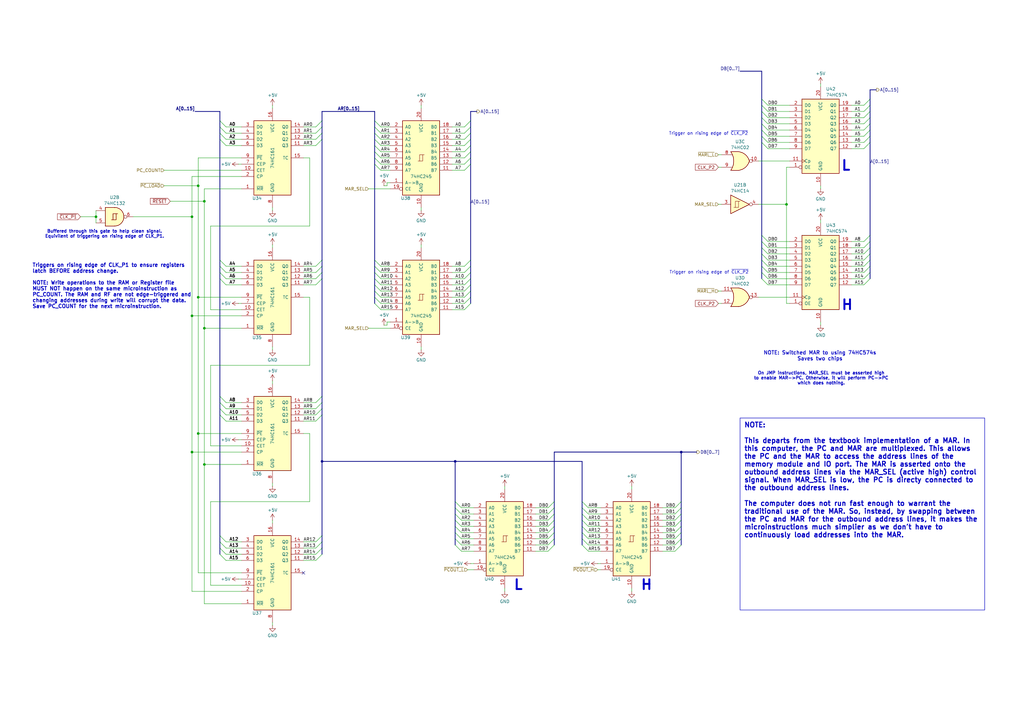
<source format=kicad_sch>
(kicad_sch (version 20231120) (generator "eeschema") (generator_version "8.0")
  (paper "A3")
  (title_block (title "TCPU816") (date "2025-01-31") (rev "1.1") (company "Designed by Kevin Williams - toastland.net") (comment 1 "STILL UNDER DEVELOPMENT"))
  (junction (at 81.28 76.2))
  (junction (at 83.82 134.62))
  (junction (at 78.74 185.42))
  (junction (at 39.37 88.9))
  (junction (at 83.82 82.55))
  (junction (at 132.08 189.23))
  (junction (at 78.74 88.9))
  (junction (at 81.28 177.8))
  (junction (at 322.58 83.82))
  (junction (at 81.28 121.92))
  (junction (at 83.82 190.5))
  (junction (at 279.4 185.42))
  (junction (at 186.69 189.23))
  (junction (at 78.74 129.54))
  (no_connect (at 124.46 234.95))
  (bus_entry (at 314.96 106.68) (size -2.54 -2.54))
  (bus_entry (at 354.33 116.84) (size 2.54 -2.54))
  (bus_entry (at 129.54 170.18) (size 2.54 -2.54))
  (bus_entry (at 129.54 229.87) (size 2.54 -2.54))
  (bus_entry (at 276.86 226.06) (size 2.54 -2.54))
  (bus_entry (at 129.54 57.15) (size 2.54 -2.54))
  (bus_entry (at 314.96 50.8) (size -2.54 -2.54))
  (bus_entry (at 314.96 109.22) (size -2.54 -2.54))
  (bus_entry (at 354.33 104.14) (size 2.54 -2.54))
  (bus_entry (at 90.17 111.76) (size 2.54 2.54))
  (bus_entry (at 189.23 213.36) (size -2.54 -2.54))
  (bus_entry (at 156.21 57.15) (size -2.54 -2.54))
  (bus_entry (at 129.54 172.72) (size 2.54 -2.54))
  (bus_entry (at 190.5 59.69) (size 2.54 -2.54))
  (bus_entry (at 190.5 62.23) (size 2.54 -2.54))
  (bus_entry (at 156.21 54.61) (size -2.54 -2.54))
  (bus_entry (at 90.17 170.18) (size 2.54 2.54))
  (bus_entry (at 276.86 223.52) (size 2.54 -2.54))
  (bus_entry (at 156.21 59.69) (size -2.54 -2.54))
  (bus_entry (at 190.5 124.46) (size 2.54 -2.54))
  (bus_entry (at 354.33 45.72) (size 2.54 -2.54))
  (bus_entry (at 153.67 116.84) (size 2.54 2.54))
  (bus_entry (at 354.33 111.76) (size 2.54 -2.54))
  (bus_entry (at 276.86 215.9) (size 2.54 -2.54))
  (bus_entry (at 190.5 69.85) (size 2.54 -2.54))
  (bus_entry (at 90.17 219.71) (size 2.54 2.54))
  (bus_entry (at 189.23 210.82) (size -2.54 -2.54))
  (bus_entry (at 224.79 218.44) (size 2.54 -2.54))
  (bus_entry (at 90.17 165.1) (size 2.54 2.54))
  (bus_entry (at 314.96 53.34) (size -2.54 -2.54))
  (bus_entry (at 314.96 104.14) (size -2.54 -2.54))
  (bus_entry (at 224.79 215.9) (size 2.54 -2.54))
  (bus_entry (at 132.08 219.71) (size -2.54 2.54))
  (bus_entry (at 224.79 226.06) (size 2.54 -2.54))
  (bus_entry (at 190.5 67.31) (size 2.54 -2.54))
  (bus_entry (at 190.5 114.3) (size 2.54 -2.54))
  (bus_entry (at 90.17 49.53) (size 2.54 2.54))
  (bus_entry (at 90.17 227.33) (size 2.54 2.54))
  (bus_entry (at 90.17 224.79) (size 2.54 2.54))
  (bus_entry (at 314.96 99.06) (size -2.54 -2.54))
  (bus_entry (at 354.33 43.18) (size 2.54 -2.54))
  (bus_entry (at 156.21 124.46) (size -2.54 -2.54))
  (bus_entry (at 129.54 111.76) (size 2.54 -2.54))
  (bus_entry (at 190.5 54.61) (size 2.54 -2.54))
  (bus_entry (at 90.17 162.56) (size 2.54 2.54))
  (bus_entry (at 241.3 220.98) (size -2.54 -2.54))
  (bus_entry (at 241.3 226.06) (size -2.54 -2.54))
  (bus_entry (at 190.5 52.07) (size 2.54 -2.54))
  (bus_entry (at 153.67 106.68) (size 2.54 2.54))
  (bus_entry (at 314.96 55.88) (size -2.54 -2.54))
  (bus_entry (at 241.3 218.44) (size -2.54 -2.54))
  (bus_entry (at 90.17 54.61) (size 2.54 2.54))
  (bus_entry (at 189.23 218.44) (size -2.54 -2.54))
  (bus_entry (at 190.5 57.15) (size 2.54 -2.54))
  (bus_entry (at 129.54 224.79) (size 2.54 -2.54))
  (bus_entry (at 153.67 49.53) (size 2.54 2.54))
  (bus_entry (at 90.17 52.07) (size 2.54 2.54))
  (bus_entry (at 224.79 223.52) (size 2.54 -2.54))
  (bus_entry (at 241.3 213.36) (size -2.54 -2.54))
  (bus_entry (at 314.96 48.26) (size -2.54 -2.54))
  (bus_entry (at 132.08 162.56) (size -2.54 2.54))
  (bus_entry (at 224.79 220.98) (size 2.54 -2.54))
  (bus_entry (at 354.33 114.3) (size 2.54 -2.54))
  (bus_entry (at 354.33 58.42) (size 2.54 -2.54))
  (bus_entry (at 90.17 106.68) (size 2.54 2.54))
  (bus_entry (at 153.67 59.69) (size 2.54 2.54))
  (bus_entry (at 156.21 121.92) (size -2.54 -2.54))
  (bus_entry (at 129.54 167.64) (size 2.54 -2.54))
  (bus_entry (at 314.96 43.18) (size -2.54 -2.54))
  (bus_entry (at 224.79 213.36) (size 2.54 -2.54))
  (bus_entry (at 354.33 55.88) (size 2.54 -2.54))
  (bus_entry (at 241.3 223.52) (size -2.54 -2.54))
  (bus_entry (at 156.21 67.31) (size -2.54 -2.54))
  (bus_entry (at 190.5 111.76) (size 2.54 -2.54))
  (bus_entry (at 241.3 215.9) (size -2.54 -2.54))
  (bus_entry (at 190.5 119.38) (size 2.54 -2.54))
  (bus_entry (at 276.86 218.44) (size 2.54 -2.54))
  (bus_entry (at 189.23 223.52) (size -2.54 -2.54))
  (bus_entry (at 241.3 210.82) (size -2.54 -2.54))
  (bus_entry (at 354.33 60.96) (size 2.54 -2.54))
  (bus_entry (at 314.96 101.6) (size -2.54 -2.54))
  (bus_entry (at 354.33 50.8) (size 2.54 -2.54))
  (bus_entry (at 156.21 111.76) (size -2.54 -2.54))
  (bus_entry (at 190.5 64.77) (size 2.54 -2.54))
  (bus_entry (at 132.08 49.53) (size -2.54 2.54))
  (bus_entry (at 129.54 116.84) (size 2.54 -2.54))
  (bus_entry (at 189.23 220.98) (size -2.54 -2.54))
  (bus_entry (at 156.21 69.85) (size -2.54 -2.54))
  (bus_entry (at 129.54 227.33) (size 2.54 -2.54))
  (bus_entry (at 190.5 109.22) (size 2.54 -2.54))
  (bus_entry (at 156.21 116.84) (size -2.54 -2.54))
  (bus_entry (at 354.33 101.6) (size 2.54 -2.54))
  (bus_entry (at 156.21 114.3) (size -2.54 -2.54))
  (bus_entry (at 189.23 215.9) (size -2.54 -2.54))
  (bus_entry (at 129.54 114.3) (size 2.54 -2.54))
  (bus_entry (at 90.17 109.22) (size 2.54 2.54))
  (bus_entry (at 156.21 127) (size -2.54 -2.54))
  (bus_entry (at 129.54 59.69) (size 2.54 -2.54))
  (bus_entry (at 190.5 121.92) (size 2.54 -2.54))
  (bus_entry (at 90.17 222.25) (size 2.54 2.54))
  (bus_entry (at 90.17 167.64) (size 2.54 2.54))
  (bus_entry (at 354.33 106.68) (size 2.54 -2.54))
  (bus_entry (at 190.5 116.84) (size 2.54 -2.54))
  (bus_entry (at 90.17 57.15) (size 2.54 2.54))
  (bus_entry (at 156.21 64.77) (size -2.54 -2.54))
  (bus_entry (at 189.23 208.28) (size -2.54 -2.54))
  (bus_entry (at 276.86 208.28) (size 2.54 -2.54))
  (bus_entry (at 276.86 220.98) (size 2.54 -2.54))
  (bus_entry (at 276.86 213.36) (size 2.54 -2.54))
  (bus_entry (at 224.79 210.82) (size 2.54 -2.54))
  (bus_entry (at 90.17 114.3) (size 2.54 2.54))
  (bus_entry (at 354.33 53.34) (size 2.54 -2.54))
  (bus_entry (at 276.86 210.82) (size 2.54 -2.54))
  (bus_entry (at 314.96 116.84) (size -2.54 -2.54))
  (bus_entry (at 354.33 109.22) (size 2.54 -2.54))
  (bus_entry (at 190.5 127) (size 2.54 -2.54))
  (bus_entry (at 354.33 99.06) (size 2.54 -2.54))
  (bus_entry (at 314.96 45.72) (size -2.54 -2.54))
  (bus_entry (at 241.3 208.28) (size -2.54 -2.54))
  (bus_entry (at 314.96 111.76) (size -2.54 -2.54))
  (bus_entry (at 314.96 60.96) (size -2.54 -2.54))
  (bus_entry (at 354.33 48.26) (size 2.54 -2.54))
  (bus_entry (at 189.23 226.06) (size -2.54 -2.54))
  (bus_entry (at 129.54 54.61) (size 2.54 -2.54))
  (bus_entry (at 132.08 106.68) (size -2.54 2.54))
  (bus_entry (at 224.79 208.28) (size 2.54 -2.54))
  (bus_entry (at 314.96 58.42) (size -2.54 -2.54))
  (bus_entry (at 314.96 114.3) (size -2.54 -2.54))
  (bus (pts (xy 312.42 106.68) (xy 312.42 109.22)))
  (wire (pts (xy 224.79 208.28) (xy 219.71 208.28)))
  (bus (pts (xy 186.69 205.74) (xy 186.69 208.28)))
  (wire (pts (xy 160.02 54.61) (xy 156.21 54.61)))
  (wire (pts (xy 81.28 76.2) (xy 81.28 121.92)))
  (wire (pts (xy 83.82 77.47) (xy 99.06 77.47)))
  (bus (pts (xy 193.04 52.07) (xy 193.04 49.53)))
  (wire (pts (xy 83.82 247.65) (xy 83.82 190.5)))
  (wire (pts (xy 86.36 127) (xy 86.36 92.71)))
  (wire (pts (xy 314.96 48.26) (xy 323.85 48.26)))
  (bus (pts (xy 193.04 109.22) (xy 193.04 106.68)))
  (wire (pts (xy 185.42 119.38) (xy 190.5 119.38)))
  (wire (pts (xy 349.25 48.26) (xy 354.33 48.26)))
  (bus (pts (xy 153.67 111.76) (xy 153.67 109.22)))
  (wire (pts (xy 81.28 234.95) (xy 81.28 177.8)))
  (wire (pts (xy 322.58 68.58) (xy 323.85 68.58)))
  (wire (pts (xy 124.46 167.64) (xy 129.54 167.64)))
  (bus (pts (xy 356.87 48.26) (xy 356.87 45.72)))
  (wire (pts (xy 336.55 76.2) (xy 336.55 77.47)))
  (wire (pts (xy 185.42 121.92) (xy 190.5 121.92)))
  (wire (pts (xy 294.64 83.82) (xy 295.91 83.82)))
  (bus (pts (xy 153.67 109.22) (xy 153.67 106.68)))
  (wire (pts (xy 83.82 190.5) (xy 83.82 134.62)))
  (wire (pts (xy 124.46 111.76) (xy 129.54 111.76)))
  (bus (pts (xy 90.17 170.18) (xy 90.17 167.64)))
  (bus (pts (xy 90.17 162.56) (xy 90.17 114.3)))
  (wire (pts (xy 349.25 58.42) (xy 354.33 58.42)))
  (wire (pts (xy 92.71 170.18) (xy 99.06 170.18)))
  (bus (pts (xy 132.08 57.15) (xy 132.08 54.61)))
  (wire (pts (xy 124.46 116.84) (xy 129.54 116.84)))
  (wire (pts (xy 124.46 109.22) (xy 129.54 109.22)))
  (bus (pts (xy 153.67 59.69) (xy 153.67 57.15)))
  (wire (pts (xy 245.11 231.14) (xy 246.38 231.14)))
  (bus (pts (xy 279.4 218.44) (xy 279.4 220.98)))
  (bus (pts (xy 356.87 55.88) (xy 356.87 53.34)))
  (bus (pts (xy 132.08 111.76) (xy 132.08 114.3)))
  (wire (pts (xy 314.96 53.34) (xy 323.85 53.34)))
  (bus (pts (xy 279.4 185.42) (xy 227.33 185.42)))
  (bus (pts (xy 186.69 218.44) (xy 186.69 220.98)))
  (wire (pts (xy 246.38 210.82) (xy 241.3 210.82)))
  (wire (pts (xy 224.79 220.98) (xy 219.71 220.98)))
  (bus (pts (xy 312.42 40.64) (xy 312.42 43.18)))
  (bus (pts (xy 132.08 45.72) (xy 153.67 45.72)))
  (bus (pts (xy 238.76 208.28) (xy 238.76 205.74)))
  (bus (pts (xy 90.17 227.33) (xy 90.17 224.79)))
  (bus (pts (xy 356.87 99.06) (xy 356.87 101.6)))
  (bus (pts (xy 90.17 106.68) (xy 90.17 57.15)))
  (bus (pts (xy 193.04 64.77) (xy 193.04 62.23)))
  (bus (pts (xy 312.42 45.72) (xy 312.42 48.26)))
  (wire (pts (xy 111.76 100.33) (xy 111.76 101.6)))
  (wire (pts (xy 160.02 119.38) (xy 156.21 119.38)))
  (bus (pts (xy 90.17 222.25) (xy 90.17 219.71)))
  (bus (pts (xy 312.42 101.6) (xy 312.42 104.14)))
  (wire (pts (xy 111.76 255.27) (xy 111.76 256.54)))
  (wire (pts (xy 276.86 215.9) (xy 271.78 215.9)))
  (bus (pts (xy 90.17 111.76) (xy 90.17 109.22)))
  (wire (pts (xy 311.15 121.92) (xy 323.85 121.92)))
  (bus (pts (xy 356.87 104.14) (xy 356.87 106.68)))
  (wire (pts (xy 99.06 247.65) (xy 83.82 247.65)))
  (bus (pts (xy 193.04 57.15) (xy 193.04 54.61)))
  (bus (pts (xy 132.08 170.18) (xy 132.08 189.23)))
  (bus (pts (xy 153.67 106.68) (xy 153.67 67.31)))
  (wire (pts (xy 160.02 52.07) (xy 156.21 52.07)))
  (wire (pts (xy 314.96 50.8) (xy 323.85 50.8)))
  (wire (pts (xy 54.61 88.9) (xy 78.74 88.9)))
  (wire (pts (xy 336.55 34.29) (xy 336.55 35.56)))
  (wire (pts (xy 185.42 127) (xy 190.5 127)))
  (wire (pts (xy 194.31 218.44) (xy 189.23 218.44)))
  (wire (pts (xy 127 177.8) (xy 127 205.74)))
  (bus (pts (xy 356.87 58.42) (xy 356.87 96.52)))
  (bus (pts (xy 227.33 215.9) (xy 227.33 218.44)))
  (bus (pts (xy 90.17 109.22) (xy 90.17 106.68)))
  (wire (pts (xy 185.42 116.84) (xy 190.5 116.84)))
  (wire (pts (xy 194.31 213.36) (xy 189.23 213.36)))
  (bus (pts (xy 153.67 64.77) (xy 153.67 62.23)))
  (bus (pts (xy 132.08 189.23) (xy 132.08 219.71)))
  (wire (pts (xy 245.11 233.68) (xy 246.38 233.68)))
  (bus (pts (xy 312.42 96.52) (xy 312.42 99.06)))
  (wire (pts (xy 259.08 199.39) (xy 259.08 200.66)))
  (bus (pts (xy 193.04 119.38) (xy 193.04 116.84)))
  (wire (pts (xy 224.79 218.44) (xy 219.71 218.44)))
  (bus (pts (xy 186.69 215.9) (xy 186.69 218.44)))
  (wire (pts (xy 86.36 182.88) (xy 99.06 182.88)))
  (wire (pts (xy 246.38 218.44) (xy 241.3 218.44)))
  (wire (pts (xy 349.25 114.3) (xy 354.33 114.3)))
  (wire (pts (xy 311.15 66.04) (xy 323.85 66.04)))
  (wire (pts (xy 246.38 213.36) (xy 241.3 213.36)))
  (wire (pts (xy 97.79 124.46) (xy 99.06 124.46)))
  (wire (pts (xy 92.71 165.1) (xy 99.06 165.1)))
  (wire (pts (xy 67.31 69.85) (xy 99.06 69.85)))
  (wire (pts (xy 246.38 226.06) (xy 241.3 226.06)))
  (wire (pts (xy 185.42 62.23) (xy 190.5 62.23)))
  (bus (pts (xy 132.08 106.68) (xy 132.08 109.22)))
  (bus (pts (xy 227.33 213.36) (xy 227.33 215.9)))
  (wire (pts (xy 81.28 64.77) (xy 99.06 64.77)))
  (bus (pts (xy 356.87 96.52) (xy 356.87 99.06)))
  (wire (pts (xy 349.25 104.14) (xy 354.33 104.14)))
  (wire (pts (xy 185.42 114.3) (xy 190.5 114.3)))
  (bus (pts (xy 90.17 52.07) (xy 90.17 49.53)))
  (wire (pts (xy 127 205.74) (xy 86.36 205.74)))
  (bus (pts (xy 90.17 114.3) (xy 90.17 111.76)))
  (bus (pts (xy 227.33 218.44) (xy 227.33 220.98)))
  (wire (pts (xy 194.31 220.98) (xy 189.23 220.98)))
  (wire (pts (xy 160.02 127) (xy 156.21 127)))
  (wire (pts (xy 276.86 210.82) (xy 271.78 210.82)))
  (wire (pts (xy 276.86 218.44) (xy 271.78 218.44)))
  (bus (pts (xy 227.33 210.82) (xy 227.33 213.36)))
  (wire (pts (xy 349.25 116.84) (xy 354.33 116.84)))
  (bus (pts (xy 132.08 224.79) (xy 132.08 227.33)))
  (wire (pts (xy 349.25 111.76) (xy 354.33 111.76)))
  (bus (pts (xy 153.67 54.61) (xy 153.67 52.07)))
  (wire (pts (xy 314.96 45.72) (xy 323.85 45.72)))
  (bus (pts (xy 153.67 119.38) (xy 153.67 116.84)))
  (wire (pts (xy 97.79 237.49) (xy 99.06 237.49)))
  (bus (pts (xy 193.04 59.69) (xy 193.04 57.15)))
  (wire (pts (xy 294.64 119.38) (xy 295.91 119.38)))
  (wire (pts (xy 185.42 52.07) (xy 190.5 52.07)))
  (wire (pts (xy 111.76 213.36) (xy 111.76 214.63)))
  (wire (pts (xy 92.71 222.25) (xy 99.06 222.25)))
  (wire (pts (xy 124.46 52.07) (xy 129.54 52.07)))
  (wire (pts (xy 185.42 57.15) (xy 190.5 57.15)))
  (bus (pts (xy 186.69 210.82) (xy 186.69 213.36)))
  (wire (pts (xy 124.46 57.15) (xy 129.54 57.15)))
  (wire (pts (xy 157.48 133.35) (xy 158.75 133.35)))
  (wire (pts (xy 92.71 167.64) (xy 99.06 167.64)))
  (wire (pts (xy 314.96 116.84) (xy 323.85 116.84)))
  (wire (pts (xy 294.64 124.46) (xy 295.91 124.46)))
  (bus (pts (xy 193.04 116.84) (xy 193.04 114.3)))
  (bus (pts (xy 227.33 220.98) (xy 227.33 223.52)))
  (wire (pts (xy 92.71 116.84) (xy 99.06 116.84)))
  (bus (pts (xy 356.87 36.83) (xy 359.41 36.83)))
  (wire (pts (xy 86.36 205.74) (xy 86.36 240.03)))
  (bus (pts (xy 153.67 57.15) (xy 153.67 54.61)))
  (bus (pts (xy 312.42 55.88) (xy 312.42 58.42)))
  (wire (pts (xy 157.48 76.2) (xy 158.75 76.2)))
  (wire (pts (xy 160.02 111.76) (xy 156.21 111.76)))
  (wire (pts (xy 92.71 114.3) (xy 99.06 114.3)))
  (bus (pts (xy 279.4 205.74) (xy 279.4 208.28)))
  (wire (pts (xy 69.85 82.55) (xy 83.82 82.55)))
  (wire (pts (xy 224.79 213.36) (xy 219.71 213.36)))
  (bus (pts (xy 356.87 101.6) (xy 356.87 104.14)))
  (bus (pts (xy 279.4 185.42) (xy 285.75 185.42)))
  (wire (pts (xy 158.75 133.35) (xy 158.75 132.08)))
  (wire (pts (xy 81.28 76.2) (xy 81.28 64.77)))
  (bus (pts (xy 153.67 49.53) (xy 153.67 45.72)))
  (wire (pts (xy 78.74 185.42) (xy 78.74 129.54)))
  (wire (pts (xy 276.86 208.28) (xy 271.78 208.28)))
  (wire (pts (xy 92.71 172.72) (xy 99.06 172.72)))
  (wire (pts (xy 185.42 67.31) (xy 190.5 67.31)))
  (wire (pts (xy 349.25 99.06) (xy 354.33 99.06)))
  (wire (pts (xy 160.02 114.3) (xy 156.21 114.3)))
  (wire (pts (xy 124.46 121.92) (xy 127 121.92)))
  (wire (pts (xy 124.46 224.79) (xy 129.54 224.79)))
  (bus (pts (xy 132.08 57.15) (xy 132.08 106.68)))
  (wire (pts (xy 99.06 190.5) (xy 83.82 190.5)))
  (wire (pts (xy 78.74 72.39) (xy 78.74 88.9)))
  (wire (pts (xy 67.31 76.2) (xy 81.28 76.2)))
  (wire (pts (xy 83.82 82.55) (xy 83.82 134.62)))
  (bus (pts (xy 312.42 58.42) (xy 312.42 96.52)))
  (wire (pts (xy 92.71 52.07) (xy 99.06 52.07)))
  (wire (pts (xy 160.02 124.46) (xy 156.21 124.46)))
  (wire (pts (xy 124.46 227.33) (xy 129.54 227.33)))
  (wire (pts (xy 86.36 92.71) (xy 127 92.71)))
  (bus (pts (xy 356.87 53.34) (xy 356.87 50.8)))
  (bus (pts (xy 238.76 205.74) (xy 238.76 189.23)))
  (wire (pts (xy 224.79 226.06) (xy 219.71 226.06)))
  (wire (pts (xy 349.25 50.8) (xy 354.33 50.8)))
  (wire (pts (xy 92.71 227.33) (xy 99.06 227.33)))
  (bus (pts (xy 193.04 121.92) (xy 193.04 119.38)))
  (wire (pts (xy 111.76 198.12) (xy 111.76 199.39)))
  (wire (pts (xy 194.31 208.28) (xy 189.23 208.28)))
  (wire (pts (xy 185.42 54.61) (xy 190.5 54.61)))
  (wire (pts (xy 314.96 101.6) (xy 323.85 101.6)))
  (bus (pts (xy 193.04 67.31) (xy 193.04 106.68)))
  (bus (pts (xy 279.4 185.42) (xy 279.4 205.74)))
  (bus (pts (xy 153.67 52.07) (xy 153.67 49.53)))
  (wire (pts (xy 194.31 226.06) (xy 189.23 226.06)))
  (bus (pts (xy 193.04 62.23) (xy 193.04 59.69)))
  (bus (pts (xy 312.42 111.76) (xy 312.42 114.3)))
  (bus (pts (xy 132.08 219.71) (xy 132.08 222.25)))
  (bus (pts (xy 90.17 219.71) (xy 90.17 170.18)))
  (wire (pts (xy 124.46 54.61) (xy 129.54 54.61)))
  (bus (pts (xy 90.17 165.1) (xy 90.17 162.56)))
  (wire (pts (xy 322.58 124.46) (xy 323.85 124.46)))
  (wire (pts (xy 92.71 109.22) (xy 99.06 109.22)))
  (bus (pts (xy 238.76 213.36) (xy 238.76 210.82)))
  (wire (pts (xy 185.42 111.76) (xy 190.5 111.76)))
  (wire (pts (xy 127 64.77) (xy 124.46 64.77)))
  (bus (pts (xy 90.17 224.79) (xy 90.17 222.25)))
  (wire (pts (xy 224.79 215.9) (xy 219.71 215.9)))
  (bus (pts (xy 153.67 62.23) (xy 153.67 59.69)))
  (wire (pts (xy 78.74 88.9) (xy 78.74 129.54)))
  (wire (pts (xy 124.46 114.3) (xy 129.54 114.3)))
  (bus (pts (xy 132.08 189.23) (xy 186.69 189.23)))
  (wire (pts (xy 349.25 45.72) (xy 354.33 45.72)))
  (wire (pts (xy 111.76 156.21) (xy 111.76 157.48)))
  (bus (pts (xy 132.08 54.61) (xy 132.08 52.07)))
  (wire (pts (xy 294.64 63.5) (xy 295.91 63.5)))
  (wire (pts (xy 349.25 109.22) (xy 354.33 109.22)))
  (wire (pts (xy 158.75 132.08) (xy 160.02 132.08)))
  (wire (pts (xy 151.13 77.47) (xy 160.02 77.47)))
  (wire (pts (xy 124.46 222.25) (xy 129.54 222.25)))
  (wire (pts (xy 349.25 60.96) (xy 354.33 60.96)))
  (bus (pts (xy 356.87 109.22) (xy 356.87 111.76)))
  (wire (pts (xy 127 92.71) (xy 127 64.77)))
  (wire (pts (xy 314.96 106.68) (xy 323.85 106.68)))
  (wire (pts (xy 158.75 76.2) (xy 158.75 74.93)))
  (wire (pts (xy 185.42 64.77) (xy 190.5 64.77)))
  (wire (pts (xy 124.46 59.69) (xy 129.54 59.69)))
  (bus (pts (xy 312.42 109.22) (xy 312.42 111.76)))
  (wire (pts (xy 314.96 114.3) (xy 323.85 114.3)))
  (wire (pts (xy 224.79 223.52) (xy 219.71 223.52)))
  (bus (pts (xy 279.4 220.98) (xy 279.4 223.52)))
  (wire (pts (xy 81.28 177.8) (xy 81.28 121.92)))
  (wire (pts (xy 99.06 177.8) (xy 81.28 177.8)))
  (wire (pts (xy 92.71 54.61) (xy 99.06 54.61)))
  (wire (pts (xy 276.86 226.06) (xy 271.78 226.06)))
  (bus (pts (xy 238.76 210.82) (xy 238.76 208.28)))
  (bus (pts (xy 238.76 218.44) (xy 238.76 215.9)))
  (bus (pts (xy 279.4 208.28) (xy 279.4 210.82)))
  (bus (pts (xy 132.08 52.07) (xy 132.08 49.53)))
  (wire (pts (xy 246.38 220.98) (xy 241.3 220.98)))
  (wire (pts (xy 151.13 134.62) (xy 160.02 134.62)))
  (bus (pts (xy 132.08 109.22) (xy 132.08 111.76)))
  (wire (pts (xy 276.86 220.98) (xy 271.78 220.98)))
  (bus (pts (xy 90.17 57.15) (xy 90.17 54.61)))
  (wire (pts (xy 349.25 43.18) (xy 354.33 43.18)))
  (wire (pts (xy 111.76 142.24) (xy 111.76 143.51)))
  (bus (pts (xy 132.08 167.64) (xy 132.08 170.18)))
  (wire (pts (xy 160.02 57.15) (xy 156.21 57.15)))
  (bus (pts (xy 227.33 208.28) (xy 227.33 210.82)))
  (bus (pts (xy 356.87 111.76) (xy 356.87 114.3)))
  (wire (pts (xy 127 149.86) (xy 86.36 149.86)))
  (bus (pts (xy 227.33 185.42) (xy 227.33 205.74)))
  (wire (pts (xy 314.96 104.14) (xy 323.85 104.14)))
  (wire (pts (xy 276.86 213.36) (xy 271.78 213.36)))
  (bus (pts (xy 279.4 210.82) (xy 279.4 213.36)))
  (wire (pts (xy 160.02 109.22) (xy 156.21 109.22)))
  (wire (pts (xy 160.02 64.77) (xy 156.21 64.77)))
  (wire (pts (xy 127 121.92) (xy 127 149.86)))
  (wire (pts (xy 172.72 85.09) (xy 172.72 86.36)))
  (bus (pts (xy 356.87 40.64) (xy 356.87 36.83)))
  (wire (pts (xy 92.71 224.79) (xy 99.06 224.79)))
  (bus (pts (xy 312.42 29.21) (xy 312.42 40.64)))
  (bus (pts (xy 356.87 58.42) (xy 356.87 55.88)))
  (wire (pts (xy 39.37 88.9) (xy 39.37 91.44)))
  (wire (pts (xy 92.71 229.87) (xy 99.06 229.87)))
  (bus (pts (xy 312.42 48.26) (xy 312.42 50.8)))
  (wire (pts (xy 160.02 116.84) (xy 156.21 116.84)))
  (bus (pts (xy 193.04 114.3) (xy 193.04 111.76)))
  (wire (pts (xy 349.25 55.88) (xy 354.33 55.88)))
  (wire (pts (xy 172.72 142.24) (xy 172.72 143.51)))
  (wire (pts (xy 78.74 129.54) (xy 99.06 129.54)))
  (wire (pts (xy 314.96 60.96) (xy 323.85 60.96)))
  (bus (pts (xy 193.04 124.46) (xy 193.04 121.92)))
  (wire (pts (xy 124.46 165.1) (xy 129.54 165.1)))
  (bus (pts (xy 193.04 45.72) (xy 195.58 45.72)))
  (wire (pts (xy 314.96 109.22) (xy 323.85 109.22)))
  (wire (pts (xy 172.72 43.18) (xy 172.72 44.45)))
  (wire (pts (xy 158.75 74.93) (xy 160.02 74.93)))
  (bus (pts (xy 312.42 104.14) (xy 312.42 106.68)))
  (bus (pts (xy 238.76 215.9) (xy 238.76 213.36)))
  (wire (pts (xy 99.06 134.62) (xy 83.82 134.62)))
  (bus (pts (xy 153.67 114.3) (xy 153.67 111.76)))
  (wire (pts (xy 99.06 72.39) (xy 78.74 72.39)))
  (bus (pts (xy 238.76 189.23) (xy 186.69 189.23)))
  (bus (pts (xy 90.17 49.53) (xy 90.17 45.72)))
  (bus (pts (xy 132.08 222.25) (xy 132.08 224.79)))
  (wire (pts (xy 185.42 109.22) (xy 190.5 109.22)))
  (bus (pts (xy 80.01 45.72) (xy 90.17 45.72)))
  (wire (pts (xy 314.96 43.18) (xy 323.85 43.18)))
  (wire (pts (xy 83.82 77.47) (xy 83.82 82.55)))
  (wire (pts (xy 311.15 83.82) (xy 322.58 83.82)))
  (bus (pts (xy 356.87 45.72) (xy 356.87 43.18)))
  (wire (pts (xy 207.01 241.3) (xy 207.01 242.57)))
  (bus (pts (xy 303.53 29.21) (xy 312.42 29.21)))
  (bus (pts (xy 90.17 167.64) (xy 90.17 165.1)))
  (wire (pts (xy 99.06 121.92) (xy 81.28 121.92)))
  (wire (pts (xy 246.38 208.28) (xy 241.3 208.28)))
  (bus (pts (xy 312.42 99.06) (xy 312.42 101.6)))
  (wire (pts (xy 276.86 223.52) (xy 271.78 223.52)))
  (wire (pts (xy 124.46 170.18) (xy 129.54 170.18)))
  (wire (pts (xy 92.71 59.69) (xy 99.06 59.69)))
  (bus (pts (xy 279.4 215.9) (xy 279.4 218.44)))
  (bus (pts (xy 312.42 50.8) (xy 312.42 53.34)))
  (wire (pts (xy 349.25 101.6) (xy 354.33 101.6)))
  (wire (pts (xy 314.96 99.06) (xy 323.85 99.06)))
  (wire (pts (xy 172.72 100.33) (xy 172.72 101.6)))
  (wire (pts (xy 349.25 106.68) (xy 354.33 106.68)))
  (wire (pts (xy 33.02 88.9) (xy 39.37 88.9)))
  (wire (pts (xy 191.77 233.68) (xy 194.31 233.68)))
  (bus (pts (xy 312.42 43.18) (xy 312.42 45.72)))
  (wire (pts (xy 124.46 172.72) (xy 129.54 172.72)))
  (bus (pts (xy 153.67 124.46) (xy 153.67 121.92)))
  (bus (pts (xy 356.87 43.18) (xy 356.87 40.64)))
  (wire (pts (xy 124.46 229.87) (xy 129.54 229.87)))
  (wire (pts (xy 86.36 149.86) (xy 86.36 182.88)))
  (wire (pts (xy 99.06 234.95) (xy 81.28 234.95)))
  (wire (pts (xy 336.55 90.17) (xy 336.55 91.44)))
  (bus (pts (xy 227.33 205.74) (xy 227.33 208.28)))
  (wire (pts (xy 224.79 210.82) (xy 219.71 210.82)))
  (bus (pts (xy 153.67 67.31) (xy 153.67 64.77)))
  (wire (pts (xy 314.96 111.76) (xy 323.85 111.76)))
  (wire (pts (xy 86.36 240.03) (xy 99.06 240.03)))
  (bus (pts (xy 186.69 213.36) (xy 186.69 215.9)))
  (wire (pts (xy 185.42 59.69) (xy 190.5 59.69)))
  (bus (pts (xy 132.08 49.53) (xy 132.08 45.72)))
  (wire (pts (xy 246.38 215.9) (xy 241.3 215.9)))
  (wire (pts (xy 194.31 210.82) (xy 189.23 210.82)))
  (wire (pts (xy 156.21 69.85) (xy 160.02 69.85)))
  (bus (pts (xy 279.4 213.36) (xy 279.4 215.9)))
  (bus (pts (xy 132.08 114.3) (xy 132.08 162.56)))
  (bus (pts (xy 356.87 106.68) (xy 356.87 109.22)))
  (bus (pts (xy 186.69 208.28) (xy 186.69 210.82)))
  (wire (pts (xy 111.76 43.18) (xy 111.76 44.45)))
  (bus (pts (xy 193.04 54.61) (xy 193.04 52.07)))
  (bus (pts (xy 238.76 223.52) (xy 238.76 220.98)))
  (bus (pts (xy 193.04 49.53) (xy 193.04 45.72)))
  (wire (pts (xy 185.42 69.85) (xy 190.5 69.85)))
  (wire (pts (xy 124.46 177.8) (xy 127 177.8)))
  (wire (pts (xy 99.06 127) (xy 86.36 127)))
  (wire (pts (xy 314.96 55.88) (xy 323.85 55.88)))
  (bus (pts (xy 312.42 53.34) (xy 312.42 55.88)))
  (wire (pts (xy 314.96 58.42) (xy 323.85 58.42)))
  (wire (pts (xy 207.01 199.39) (xy 207.01 200.66)))
  (wire (pts (xy 336.55 132.08) (xy 336.55 133.35)))
  (bus (pts (xy 186.69 220.98) (xy 186.69 223.52)))
  (bus (pts (xy 186.69 189.23) (xy 186.69 205.74)))
  (wire (pts (xy 97.79 67.31) (xy 99.06 67.31)))
  (bus (pts (xy 193.04 67.31) (xy 193.04 64.77)))
  (wire (pts (xy 92.71 111.76) (xy 99.06 111.76)))
  (wire (pts (xy 246.38 223.52) (xy 241.3 223.52)))
  (wire (pts (xy 193.04 231.14) (xy 194.31 231.14)))
  (wire (pts (xy 160.02 67.31) (xy 156.21 67.31)))
  (bus (pts (xy 132.08 162.56) (xy 132.08 165.1)))
  (bus (pts (xy 238.76 220.98) (xy 238.76 218.44)))
  (wire (pts (xy 78.74 242.57) (xy 78.74 185.42)))
  (bus (pts (xy 132.08 165.1) (xy 132.08 167.64)))
  (bus (pts (xy 153.67 116.84) (xy 153.67 114.3)))
  (wire (pts (xy 160.02 121.92) (xy 156.21 121.92)))
  (bus (pts (xy 153.67 121.92) (xy 153.67 119.38)))
  (wire (pts (xy 322.58 68.58) (xy 322.58 83.82)))
  (wire (pts (xy 111.76 85.09) (xy 111.76 86.36)))
  (wire (pts (xy 194.31 223.52) (xy 189.23 223.52)))
  (wire (pts (xy 322.58 83.82) (xy 322.58 124.46)))
  (wire (pts (xy 39.37 86.36) (xy 39.37 88.9)))
  (wire (pts (xy 99.06 185.42) (xy 78.74 185.42)))
  (wire (pts (xy 160.02 59.69) (xy 156.21 59.69)))
  (wire (pts (xy 194.31 215.9) (xy 189.23 215.9)))
  (wire (pts (xy 185.42 124.46) (xy 190.5 124.46)))
  (wire (pts (xy 99.06 242.57) (xy 78.74 242.57)))
  (wire (pts (xy 259.08 241.3) (xy 259.08 242.57)))
  (wire (pts (xy 97.79 180.34) (xy 99.06 180.34)))
  (wire (pts (xy 160.02 62.23) (xy 156.21 62.23)))
  (bus (pts (xy 90.17 54.61) (xy 90.17 52.07)))
  (wire (pts (xy 349.25 53.34) (xy 354.33 53.34)))
  (bus (pts (xy 193.04 111.76) (xy 193.04 109.22)))
  (bus (pts (xy 356.87 50.8) (xy 356.87 48.26)))
  (wire (pts (xy 92.71 57.15) (xy 99.06 57.15)))
  (wire (pts (xy 294.64 68.58) (xy 295.91 68.58)))
  (text_box "NOTE:\n\nThis departs from the textbook implementation of a MAR. In this computer, the PC and MAR are multiplexed. This allows the PC and the MAR to access the address lines of the memory module and IO port. The MAR is asserted onto the outbound address lines via the MAR_SEL (active high) control signal. When MAR_SEL is low, the PC is directy connected to the outbound address lines.\n\nThe computer does not run fast enough to warrant the traditional use of the MAR. So, instead, by swapping between the PC and MAR for the outbound address lines, it makes the microinstructions much simplier as we don't have to continuously load addresses into the MAR." (at 303.53 171.45 0) (size 100.33 78.74) (stroke (width 0.2)) (effects (font (size 2 2) (thickness 0.4) (bold yes)) (justify left top)))
  (text "L" (at 346.964 68.072 0) (effects (font (size 4 4) (thickness 0.8) (bold yes))))
  (text "L" (at 212.598 240.03 0) (effects (font (size 4 4) (thickness 0.8) (bold yes))))
  (text "Buffered through this gate to help clean signal.\nEquivilent of triggering on rising edge of CLK_P1." (at 42.926 96.012 0) (effects (font (size 1.27 1.27) (thickness 0.254) (bold yes))))
  (text "Trigger on rising edge of ~{CLK_P2}" (at 290.83 111.76 0) (effects (font (size 1.27 1.27))))
  (text "H" (at 265.176 240.03 0) (effects (font (size 4 4) (thickness 0.8) (bold yes))))
  (text "H" (at 347.472 125.222 0) (effects (font (size 4 4) (thickness 0.8) (bold yes))))
  (text "NOTE: Switched MAR to using 74HC574s\nSaves two chips" (at 336.296 146.05 0) (effects (font (size 1.5 1.5) (thickness 0.254) (bold yes))))
  (text "Trigger on rising edge of ~{CLK_P2}" (at 290.576 54.864 0) (effects (font (size 1.27 1.27))))
  (text "On JMP instructions, MAR_SEL must be asserted high\nto enable MAR->PC. Otherwise, it will perform PC->PC\nwhich does nothing." (at 336.804 155.194 0) (effects (font (size 1.27 1.27) (thickness 0.254) (bold yes))))
  (text "Triggers on rising edge of CLK_P1 to ensure registers \nlatch BEFORE address change.\n\nNOTE: Write operations to the RAM or Register file \nMUST NOT happen on the same microinstruction as\nPC_COUNT. The RAM and RF are not edge-triggered and\nchanging addresses during write will corrupt the data.\nSave PC_COUNT for the next microinstruction." (at 13.208 117.348 0) (effects (font (size 1.5 1.5) (thickness 0.3) (bold yes)) (justify left)))
  (label "AR10" (at 241.3 213.36 0))
  (label "DB0" (at 314.96 99.06 0))
  (label "DB3" (at 314.96 106.68 0))
  (label "AR10" (at 156.21 114.3 0))
  (label "AR6" (at 189.23 223.52 0))
  (label "A9" (at 350.52 101.6 0))
  (label "A[0..15]" (at 193.04 83.82 0))
  (label "A9" (at 93.98 167.64 0) (effects (font (thickness 0.254) (bold yes))))
  (label "DB0" (at 273.05 208.28 0))
  (label "A10" (at 186.69 114.3 0))
  (label "DB0" (at 220.98 208.28 0))
  (label "A2" (at 186.69 57.15 0))
  (label "A2" (at 350.52 48.26 0))
  (label "A8" (at 350.52 99.06 0))
  (label "AR6" (at 124.46 114.3 0))
  (label "AR3" (at 156.21 59.69 0))
  (label "AR2" (at 156.21 57.15 0))
  (label "AR14" (at 124.46 227.33 0))
  (label "AR12" (at 241.3 218.44 0))
  (label "AR0" (at 189.23 208.28 0))
  (label "A11" (at 186.69 116.84 0))
  (label "DB3" (at 314.96 50.8 0))
  (label "DB7" (at 220.98 226.06 0))
  (label "AR5" (at 189.23 220.98 0))
  (label "DB0" (at 314.96 43.18 0))
  (label "AR15" (at 156.21 127 0))
  (label "AR11" (at 124.46 172.72 0))
  (label "A8" (at 186.69 109.22 0))
  (label "AR9" (at 241.3 210.82 0))
  (label "A12" (at 350.52 109.22 0))
  (label "AR1" (at 189.23 210.82 0))
  (label "AR12" (at 124.46 222.25 0))
  (label "AR15" (at 241.3 226.06 0))
  (label "AR8" (at 241.3 208.28 0))
  (label "A11" (at 350.52 106.68 0))
  (label "AR0" (at 156.21 52.07 0))
  (label "DB3" (at 273.05 215.9 0))
  (label "AR10" (at 124.46 170.18 0))
  (label "DB6" (at 314.96 58.42 0))
  (label "DB2" (at 273.05 213.36 0))
  (label "AR7" (at 124.46 116.84 0))
  (label "DB7" (at 273.05 226.06 0))
  (label "A12" (at 93.98 222.25 0) (effects (font (thickness 0.254) (bold yes))))
  (label "A6" (at 93.98 114.3 0) (effects (font (thickness 0.254) (bold yes))))
  (label "A7" (at 93.98 116.84 0) (effects (font (thickness 0.254) (bold yes))))
  (label "AR2" (at 124.46 57.15 0))
  (label "A4" (at 186.69 62.23 0))
  (label "A6" (at 186.69 67.31 0))
  (label "A5" (at 186.69 64.77 0))
  (label "A10" (at 93.98 170.18 0) (effects (font (thickness 0.254) (bold yes))))
  (label "DB6" (at 314.96 114.3 0))
  (label "DB1" (at 314.96 45.72 0))
  (label "A3" (at 350.52 50.8 0))
  (label "A5" (at 93.98 111.76 0) (effects (font (thickness 0.254) (bold yes))))
  (label "DB7" (at 314.96 60.96 0))
  (label "A11" (at 93.98 172.72 0) (effects (font (thickness 0.254) (bold yes))))
  (label "A13" (at 350.52 111.76 0))
  (label "A14" (at 186.69 124.46 0))
  (label "A6" (at 350.52 58.42 0))
  (label "AR1" (at 124.46 54.61 0))
  (label "DB1" (at 220.98 210.82 0))
  (label "DB6" (at 220.98 223.52 0))
  (label "DB7" (at 314.96 116.84 0))
  (label "AR11" (at 241.3 215.9 0))
  (label "AR5" (at 124.46 111.76 0))
  (label "A0" (at 186.69 52.07 0))
  (label "DB2" (at 220.98 213.36 0))
  (label "DB5" (at 314.96 55.88 0))
  (label "AR3" (at 189.23 215.9 0))
  (label "A15" (at 350.52 116.84 0))
  (label "AR14" (at 241.3 223.52 0))
  (label "A13" (at 186.69 121.92 0))
  (label "DB1" (at 314.96 101.6 0))
  (label "AR[0..15]" (at 138.43 45.72 0) (effects (font (thickness 0.254) (bold yes))))
  (label "AR14" (at 156.21 124.46 0))
  (label "DB5" (at 220.98 220.98 0))
  (label "AR7" (at 156.21 69.85 0))
  (label "A10" (at 350.52 104.14 0))
  (label "A1" (at 93.98 54.61 0) (effects (font (thickness 0.254) (bold yes))))
  (label "DB6" (at 273.05 223.52 0))
  (label "A[0..15]" (at 80.01 45.72 180) (effects (font (thickness 0.254) (bold yes))))
  (label "A15" (at 186.69 127 0))
  (label "DB[0..7]" (at 303.53 29.21 180))
  (label "A14" (at 350.52 114.3 0))
  (label "DB1" (at 273.05 210.82 0))
  (label "AR9" (at 124.46 167.64 0))
  (label "AR13" (at 124.46 224.79 0))
  (label "AR6" (at 156.21 67.31 0))
  (label "AR0" (at 124.46 52.07 0))
  (label "AR15" (at 124.46 229.87 0))
  (label "AR7" (at 189.23 226.06 0))
  (label "A1" (at 350.52 45.72 0))
  (label "AR12" (at 156.21 119.38 0))
  (label "AR1" (at 156.21 54.61 0))
  (label "A7" (at 186.69 69.85 0))
  (label "AR4" (at 189.23 218.44 0))
  (label "AR8" (at 124.46 165.1 0))
  (label "DB3" (at 220.98 215.9 0))
  (label "AR4" (at 156.21 62.23 0))
  (label "DB2" (at 314.96 48.26 0))
  (label "A9" (at 186.69 111.76 0))
  (label "AR11" (at 156.21 116.84 0))
  (label "A2" (at 93.98 57.15 0) (effects (font (thickness 0.254) (bold yes))))
  (label "A13" (at 93.98 224.79 0) (effects (font (thickness 0.254) (bold yes))))
  (label "DB4" (at 314.96 53.34 0))
  (label "DB5" (at 314.96 111.76 0))
  (label "A4" (at 93.98 109.22 0) (effects (font (thickness 0.254) (bold yes))))
  (label "DB5" (at 273.05 220.98 0))
  (label "A15" (at 93.98 229.87 0) (effects (font (thickness 0.254) (bold yes))))
  (label "A5" (at 350.52 55.88 0))
  (label "AR5" (at 156.21 64.77 0))
  (label "AR3" (at 124.46 59.69 0))
  (label "AR13" (at 241.3 220.98 0))
  (label "A3" (at 93.98 59.69 0) (effects (font (thickness 0.254) (bold yes))))
  (label "A1" (at 186.69 54.61 0))
  (label "DB2" (at 314.96 104.14 0))
  (label "AR9" (at 156.21 111.76 0))
  (label "DB4" (at 314.96 109.22 0))
  (label "AR2" (at 189.23 213.36 0))
  (label "A0" (at 93.98 52.07 0) (effects (font (thickness 0.254) (bold yes))))
  (label "A4" (at 350.52 53.34 0))
  (label "A[0..15]" (at 356.87 67.31 0))
  (label "AR8" (at 156.21 109.22 0))
  (label "DB4" (at 220.98 218.44 0))
  (label "A8" (at 93.98 165.1 0) (effects (font (thickness 0.254) (bold yes))))
  (label "A14" (at 93.98 227.33 0) (effects (font (thickness 0.254) (bold yes))))
  (label "AR4" (at 124.46 109.22 0))
  (label "A0" (at 350.52 43.18 0))
  (label "A7" (at 350.52 60.96 0))
  (label "AR13" (at 156.21 121.92 0))
  (label "A3" (at 186.69 59.69 0))
  (label "DB4" (at 273.05 218.44 0))
  (label "A12" (at 186.69 119.38 0))
  (global_label "CLK_P2" (shape input) (at 294.64 68.58 180) (property "Intersheetrefs" "${INTERSHEET_REFS}" (effects (hide yes))))
  (global_label "~{RESET}" (shape input) (at 69.85 82.55 180) (property "Intersheetrefs" "${INTERSHEET_REFS}" (effects (hide yes))))
  (global_label "CLK_P2" (shape input) (at 294.64 124.46 180) (property "Intersheetrefs" "${INTERSHEET_REFS}" (effects (hide yes))))
  (global_label "~{CLK_P1}" (shape input) (at 33.02 88.9 180) (property "Intersheetrefs" "${INTERSHEET_REFS}" (effects (hide yes))))
  (hierarchical_label "A[0..15]" (shape output) (at 359.41 36.83 0))
  (hierarchical_label "A[0..15]" (shape output) (at 195.58 45.72 0))
  (hierarchical_label "DB[0..7]" (shape output) (at 285.75 185.42 0))
  (hierarchical_label "~{PCOUT_H}" (shape input) (at 245.11 233.68 180))
  (hierarchical_label "MAR_SEL" (shape input) (at 151.13 134.62 180))
  (hierarchical_label "~{MARL_L}" (shape input) (at 294.64 63.5 180))
  (hierarchical_label "MAR_SEL" (shape input) (at 151.13 77.47 180))
  (hierarchical_label "PC_COUNT" (shape input) (at 67.31 69.85 180))
  (hierarchical_label "~{PCOUT_L}" (shape input) (at 191.77 233.68 180))
  (hierarchical_label "~{MARL_H}" (shape input) (at 294.64 119.38 180))
  (hierarchical_label "MAR_SEL" (shape input) (at 294.64 83.82 180))
  (hierarchical_label "~{PC_LOAD}" (shape input) (at 67.31 76.2 180))
  (symbol (lib_id "74xx:74HC245") (at 172.72 121.92 0) (unit 1)
    (property "Reference" "U39" (at 166.37 138.43 0))
    (property "Value" "74HC245" (at 172.72 129.54 0))
    (property "Footprint" "Package_DIP:DIP-20_W7.62mm_Socket" (effects (hide yes)))
    (property "Datasheet" "http://www.ti.com/lit/gpn/sn74HC245" (effects (hide yes)))
  )
  (symbol (lib_id "74xx:74HC245") (at 172.72 64.77 0) (unit 1)
    (property "Reference" "U38" (at 166.37 81.28 0))
    (property "Value" "74HC245" (at 172.72 72.39 0))
    (property "Footprint" "Package_DIP:DIP-20_W7.62mm_Socket" (effects (hide yes)))
    (property "Datasheet" "http://www.ti.com/lit/gpn/sn74HC245" (effects (hide yes)))
  )
  (symbol (lib_id "power:+5V") (at 157.48 133.35 0) (unit 1)
    (property "Reference" "#PWR086" (effects (hide yes)))
    (property "Value" "+5V" (at 157.48 129.2169 0))
    (property "Description" "Power symbol creates a global label with name \"+5V\"" (effects (hide yes)))
  )
  (symbol (lib_id "power:+5V") (at 111.76 156.21 0) (unit 1)
    (property "Reference" "#PWR081" (effects (hide yes)))
    (property "Value" "+5V" (at 111.76 152.0769 0))
    (property "Description" "Power symbol creates a global label with name \"+5V\"" (effects (hide yes)))
  )
  (symbol (lib_id "power:+5V") (at 97.79 180.34 90) (unit 1)
    (property "Reference" "#PWR075" (effects (hide yes)))
    (property "Value" "+5V" (at 94.6151 180.34 90) (effects (justify left)))
    (property "Description" "Power symbol creates a global label with name \"+5V\"" (effects (hide yes)))
  )
  (symbol (lib_id "power:+5V") (at 111.76 43.18 0) (unit 1)
    (property "Reference" "#PWR077" (effects (hide yes)))
    (property "Value" "+5V" (at 111.76 39.0469 0))
    (property "Description" "Power symbol creates a global label with name \"+5V\"" (effects (hide yes)))
  )
  (symbol (lib_id "74xx:74HC02") (at 303.53 121.92 0) (unit 4)
    (property "Reference" "U3" (at 303.53 113.9655 0))
    (property "Value" "74HC02" (at 303.53 116.3898 0))
    (property "Footprint" "Package_DIP:DIP-14_W7.62mm_Socket" (effects (hide yes)))
    (property "Datasheet" "http://www.ti.com/lit/gpn/sn74hc02" (effects (hide yes)))
    (property "Description" "quad 2-input NOR gate" (effects (hide yes)))
  )
  (symbol (lib_id "74xx:74LS161") (at 111.76 234.95 0) (unit 1)
    (property "Reference" "U37" (at 105.41 251.46 0))
    (property "Value" "74HC161" (at 111.76 234.95 90))
    (property "Footprint" "Package_DIP:DIP-16_W7.62mm_Socket" (effects (hide yes)))
    (property "Datasheet" "http://www.ti.com/lit/gpn/sn74LS161" (effects (hide yes)))
  )
  (symbol (lib_id "power:+5V") (at 259.08 199.39 0) (unit 1)
    (property "Reference" "#PWR095" (effects (hide yes)))
    (property "Value" "+5V" (at 259.08 195.2569 0))
    (property "Description" "Power symbol creates a global label with name \"+5V\"" (effects (hide yes)))
  )
  (symbol (lib_id "74xx:74LS574") (at 336.55 111.76 0) (unit 1)
    (property "Reference" "U43" (at 338.7441 92.3755 0) (effects (justify left)))
    (property "Value" "74HC574" (at 338.7441 94.7998 0) (effects (justify left)))
    (property "Footprint" "Package_DIP:DIP-20_W7.62mm_Socket" (effects (hide yes)))
    (property "Datasheet" "http://www.ti.com/lit/gpn/sn74LS574" (effects (hide yes)))
    (property "Description" "8-bit Register, 3-state outputs" (effects (hide yes)))
  )
  (symbol (lib_id "74xx:74HC14") (at 303.53 83.82 0) (unit 2)
    (property "Reference" "U21" (at 303.53 75.8655 0))
    (property "Value" "74HC14" (at 303.53 78.2898 0))
    (property "Footprint" "Package_DIP:DIP-14_W7.62mm_Socket" (effects (hide yes)))
    (property "Datasheet" "http://www.ti.com/lit/gpn/sn74HC14" (effects (hide yes)))
    (property "Description" "Hex inverter schmitt trigger" (effects (hide yes)))
  )
  (symbol (lib_id "power:+5V") (at 111.76 213.36 0) (unit 1)
    (property "Reference" "#PWR083" (effects (hide yes)))
    (property "Value" "+5V" (at 111.76 209.2269 0))
    (property "Description" "Power symbol creates a global label with name \"+5V\"" (effects (hide yes)))
  )
  (symbol (lib_id "74xx:74LS161") (at 111.76 64.77 0) (unit 1)
    (property "Reference" "U34" (at 105.41 81.28 0))
    (property "Value" "74HC161" (at 111.76 64.77 90))
    (property "Footprint" "Package_DIP:DIP-16_W7.62mm_Socket" (effects (hide yes)))
    (property "Datasheet" "http://www.ti.com/lit/gpn/sn74LS161" (effects (hide yes)))
  )
  (symbol (lib_id "power:+5V") (at 111.76 100.33 0) (unit 1)
    (property "Reference" "#PWR079" (effects (hide yes)))
    (property "Value" "+5V" (at 111.76 96.1969 0))
    (property "Description" "Power symbol creates a global label with name \"+5V\"" (effects (hide yes)))
  )
  (symbol (lib_id "74xx:74LS161") (at 111.76 177.8 0) (unit 1)
    (property "Reference" "U36" (at 105.41 194.31 0))
    (property "Value" "74HC161" (at 111.76 177.8 90))
    (property "Footprint" "Package_DIP:DIP-16_W7.62mm_Socket" (effects (hide yes)))
    (property "Datasheet" "http://www.ti.com/lit/gpn/sn74LS161" (effects (hide yes)))
  )
  (symbol (lib_id "power:+5V") (at 97.79 237.49 90) (unit 1)
    (property "Reference" "#PWR076" (effects (hide yes)))
    (property "Value" "+5V" (at 94.6151 237.49 90) (effects (justify left)))
    (property "Description" "Power symbol creates a global label with name \"+5V\"" (effects (hide yes)))
  )
  (symbol (lib_id "power:GND") (at 336.55 133.35 0) (unit 1)
    (property "Reference" "#PWR0100" (effects (hide yes)))
    (property "Value" "GND" (at 336.55 137.4831 0))
    (property "Description" "Power symbol creates a global label with name \"GND\" , ground" (effects (hide yes)))
  )
  (symbol (lib_id "power:+5V") (at 172.72 100.33 0) (unit 1)
    (property "Reference" "#PWR089" (effects (hide yes)))
    (property "Value" "+5V" (at 172.72 96.1969 0))
    (property "Description" "Power symbol creates a global label with name \"+5V\"" (effects (hide yes)))
  )
  (symbol (lib_id "power:GND") (at 172.72 86.36 0) (unit 1)
    (property "Reference" "#PWR088" (effects (hide yes)))
    (property "Value" "GND" (at 172.72 90.4931 0))
    (property "Description" "Power symbol creates a global label with name \"GND\" , ground" (effects (hide yes)))
  )
  (symbol (lib_id "power:GND") (at 336.55 77.47 0) (unit 1)
    (property "Reference" "#PWR098" (effects (hide yes)))
    (property "Value" "GND" (at 336.55 81.6031 0))
    (property "Description" "Power symbol creates a global label with name \"GND\" , ground" (effects (hide yes)))
  )
  (symbol (lib_id "power:+5V") (at 336.55 90.17 0) (unit 1)
    (property "Reference" "#PWR099" (effects (hide yes)))
    (property "Value" "+5V" (at 336.55 86.0369 0))
    (property "Description" "Power symbol creates a global label with name \"+5V\"" (effects (hide yes)))
  )
  (symbol (lib_id "power:GND") (at 111.76 256.54 0) (unit 1)
    (property "Reference" "#PWR084" (effects (hide yes)))
    (property "Value" "GND" (at 111.76 260.6731 0))
    (property "Description" "Power symbol creates a global label with name \"GND\" , ground" (effects (hide yes)))
  )
  (symbol (lib_id "74xx:74HC02") (at 303.53 66.04 0) (unit 3)
    (property "Reference" "U3" (at 303.53 58.0855 0))
    (property "Value" "74HC02" (at 303.53 60.5098 0))
    (property "Footprint" "Package_DIP:DIP-14_W7.62mm_Socket" (effects (hide yes)))
    (property "Datasheet" "http://www.ti.com/lit/gpn/sn74hc02" (effects (hide yes)))
    (property "Description" "quad 2-input NOR gate" (effects (hide yes)))
  )
  (symbol (lib_id "power:+5V") (at 207.01 199.39 0) (unit 1)
    (property "Reference" "#PWR092" (effects (hide yes)))
    (property "Value" "+5V" (at 207.01 195.2569 0))
    (property "Description" "Power symbol creates a global label with name \"+5V\"" (effects (hide yes)))
  )
  (symbol (lib_id "power:+5V") (at 245.11 231.14 90) (unit 1)
    (property "Reference" "#PWR094" (effects (hide yes)))
    (property "Value" "+5V" (at 241.9351 231.14 90) (effects (justify left)))
    (property "Description" "Power symbol creates a global label with name \"+5V\"" (effects (hide yes)))
  )
  (symbol (lib_id "power:GND") (at 207.01 242.57 0) (unit 1)
    (property "Reference" "#PWR093" (effects (hide yes)))
    (property "Value" "GND" (at 207.01 246.7031 0))
    (property "Description" "Power symbol creates a global label with name \"GND\" , ground" (effects (hide yes)))
  )
  (symbol (lib_id "power:+5V") (at 157.48 76.2 0) (unit 1)
    (property "Reference" "#PWR085" (effects (hide yes)))
    (property "Value" "+5V" (at 157.48 72.0669 0))
    (property "Description" "Power symbol creates a global label with name \"+5V\"" (effects (hide yes)))
  )
  (symbol (lib_id "power:+5V") (at 193.04 231.14 90) (unit 1)
    (property "Reference" "#PWR091" (effects (hide yes)))
    (property "Value" "+5V" (at 189.8651 231.14 90) (effects (justify left)))
    (property "Description" "Power symbol creates a global label with name \"+5V\"" (effects (hide yes)))
  )
  (symbol (lib_id "74xx:74HC245") (at 259.08 220.98 0) (unit 1)
    (property "Reference" "U41" (at 252.73 237.49 0))
    (property "Value" "74HC245" (at 259.08 228.6 0))
    (property "Footprint" "Package_DIP:DIP-20_W7.62mm_Socket" (effects (hide yes)))
    (property "Datasheet" "http://www.ti.com/lit/gpn/sn74HC245" (effects (hide yes)))
  )
  (symbol (lib_id "power:+5V") (at 336.55 34.29 0) (unit 1)
    (property "Reference" "#PWR097" (effects (hide yes)))
    (property "Value" "+5V" (at 336.55 30.1569 0))
    (property "Description" "Power symbol creates a global label with name \"+5V\"" (effects (hide yes)))
  )
  (symbol (lib_id "power:GND") (at 111.76 199.39 0) (unit 1)
    (property "Reference" "#PWR082" (effects (hide yes)))
    (property "Value" "GND" (at 111.76 203.5231 0))
    (property "Description" "Power symbol creates a global label with name \"GND\" , ground" (effects (hide yes)))
  )
  (symbol (lib_id "power:GND") (at 111.76 143.51 0) (unit 1)
    (property "Reference" "#PWR080" (effects (hide yes)))
    (property "Value" "GND" (at 111.76 147.6431 0))
    (property "Description" "Power symbol creates a global label with name \"GND\" , ground" (effects (hide yes)))
  )
  (symbol (lib_id "power:+5V") (at 97.79 67.31 90) (unit 1)
    (property "Reference" "#PWR073" (effects (hide yes)))
    (property "Value" "+5V" (at 94.6151 67.31 90) (effects (justify left)))
    (property "Description" "Power symbol creates a global label with name \"+5V\"" (effects (hide yes)))
  )
  (symbol (lib_id "power:GND") (at 111.76 86.36 0) (unit 1)
    (property "Reference" "#PWR078" (effects (hide yes)))
    (property "Value" "GND" (at 111.76 90.4931 0))
    (property "Description" "Power symbol creates a global label with name \"GND\" , ground" (effects (hide yes)))
  )
  (symbol (lib_id "power:GND") (at 259.08 242.57 0) (unit 1)
    (property "Reference" "#PWR096" (effects (hide yes)))
    (property "Value" "GND" (at 259.08 246.7031 0))
    (property "Description" "Power symbol creates a global label with name \"GND\" , ground" (effects (hide yes)))
  )
  (symbol (lib_id "power:GND") (at 172.72 143.51 0) (unit 1)
    (property "Reference" "#PWR090" (effects (hide yes)))
    (property "Value" "GND" (at 172.72 147.6431 0))
    (property "Description" "Power symbol creates a global label with name \"GND\" , ground" (effects (hide yes)))
  )
  (symbol (lib_id "power:+5V") (at 172.72 43.18 0) (unit 1)
    (property "Reference" "#PWR087" (effects (hide yes)))
    (property "Value" "+5V" (at 172.72 39.0469 0))
    (property "Description" "Power symbol creates a global label with name \"+5V\"" (effects (hide yes)))
  )
  (symbol (lib_id "74xx:74LS132") (at 46.99 88.9 0) (unit 2)
    (property "Reference" "U2" (at 46.9817 80.9455 0))
    (property "Value" "74HC132" (at 46.9817 83.3698 0))
    (property "Footprint" "Package_DIP:DIP-14_W7.62mm_Socket" (effects (hide yes)))
    (property "Datasheet" "http://www.ti.com/lit/gpn/sn74LS132" (effects (hide yes)))
    (property "Description" "Quad 2-input NAND Schmitt trigger" (effects (hide yes)))
  )
  (symbol (lib_id "power:+5V") (at 97.79 124.46 90) (unit 1)
    (property "Reference" "#PWR074" (effects (hide yes)))
    (property "Value" "+5V" (at 94.6151 124.46 90) (effects (justify left)))
    (property "Description" "Power symbol creates a global label with name \"+5V\"" (effects (hide yes)))
  )
  (symbol (lib_id "74xx:74LS161") (at 111.76 121.92 0) (unit 1)
    (property "Reference" "U35" (at 105.41 138.43 0))
    (property "Value" "74HC161" (at 111.76 121.92 90))
    (property "Footprint" "Package_DIP:DIP-16_W7.62mm_Socket" (effects (hide yes)))
    (property "Datasheet" "http://www.ti.com/lit/gpn/sn74LS161" (effects (hide yes)))
  )
  (symbol (lib_id "74xx:74LS574") (at 336.55 55.88 0) (unit 1)
    (property "Reference" "U42" (at 338.7441 36.4955 0) (effects (justify left)))
    (property "Value" "74HC574" (at 338.7441 38.9198 0) (effects (justify left)))
    (property "Footprint" "Package_DIP:DIP-20_W7.62mm_Socket" (effects (hide yes)))
    (property "Datasheet" "http://www.ti.com/lit/gpn/sn74LS574" (effects (hide yes)))
    (property "Description" "8-bit Register, 3-state outputs" (effects (hide yes)))
  )
  (symbol (lib_id "74xx:74HC245") (at 207.01 220.98 0) (unit 1)
    (property "Reference" "U40" (at 200.66 237.49 0))
    (property "Value" "74HC245" (at 207.01 228.6 0))
    (property "Footprint" "Package_DIP:DIP-20_W7.62mm_Socket" (effects (hide yes)))
    (property "Datasheet" "http://www.ti.com/lit/gpn/sn74HC245" (effects (hide yes)))
  )
)
</source>
